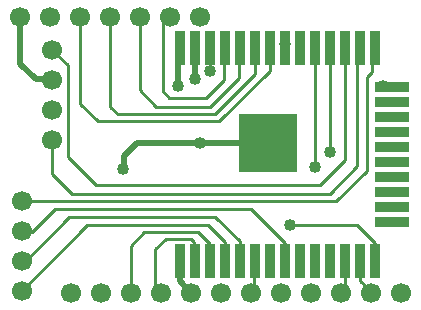
<source format=gbr>
G04 DipTrace 3.3.1.3*
G04 Bottom.gbr*
%MOMM*%
G04 #@! TF.FileFunction,Copper,L2,Bot*
G04 #@! TF.Part,Single*
G04 #@! TA.AperFunction,Conductor*
%ADD10C,0.25*%
%ADD14C,0.5*%
%ADD18R,0.9X3.0*%
%ADD19R,3.0X0.9*%
G04 #@! TA.AperFunction,ComponentPad*
%ADD20C,1.7*%
%ADD21R,5.0X5.0*%
G04 #@! TA.AperFunction,ViaPad*
%ADD28C,1.016*%
%FSLAX35Y35*%
G04*
G71*
G90*
G75*
G01*
G04 Bottom*
%LPD*%
X3255710Y1878660D2*
D10*
X3267803Y1866567D1*
X3337950D1*
X2425950Y2195067D2*
Y2230283D1*
X2424593D1*
X1917950Y2195067D2*
X1912943Y2190060D1*
Y1927157D1*
X1761650Y1775863D1*
X1447527D1*
X1391143Y1832247D1*
Y2459610D1*
X1454960D1*
X2806950Y2195067D2*
Y1319853D1*
X2808073D1*
X2679950Y2195067D2*
Y1193113D1*
X2679537D1*
X3060950Y395067D2*
X3064677Y391340D1*
Y230077D1*
X3154050Y140703D1*
X3115543D1*
X3103423Y128583D1*
X3154723D1*
X2933950Y395067D2*
Y161810D1*
X2900723Y128583D1*
X2171950Y395067D2*
X2167190Y390307D1*
Y195810D1*
X2153630Y182250D1*
Y89107D1*
X2099247D1*
X2138723Y128583D1*
X1663157Y1934653D2*
D14*
Y2100577D1*
X1647637Y2116097D1*
Y2195067D1*
X1663950D1*
X2044950D2*
D10*
X2040480Y2190597D1*
Y1948433D1*
X1795360Y1703313D1*
X1340083D1*
X1200960Y1842437D1*
Y2459610D1*
X2171950Y2195067D2*
Y1975480D1*
X1835663Y1639193D1*
X1011563D1*
X946960Y1703797D1*
Y2459610D1*
X2298950Y2195067D2*
Y2005380D1*
X1872307Y1578737D1*
X841590D1*
X692960Y1727367D1*
Y2459610D1*
X1917950Y395067D2*
X1922313Y399430D1*
Y554430D1*
X1777710Y699033D1*
X755470D1*
X198487Y142050D1*
X197830D1*
X1790950Y2195067D2*
Y2000443D1*
X1792117D1*
X2044950Y395067D2*
Y561390D1*
X1839443Y766897D1*
X603363D1*
X226830Y390363D1*
X197807D1*
Y396050D1*
X2425950Y395067D2*
Y549543D1*
X2140533Y834960D1*
X481993D1*
X289303Y642270D1*
X197807D1*
Y650050D1*
X3060950Y2195067D2*
X3040477Y2174593D1*
Y1198183D1*
X2804890Y962597D1*
X622770D1*
X456363Y1129003D1*
Y1421417D1*
X3187950Y2195067D2*
X3166147Y2173263D1*
Y1998263D1*
X3119020Y1951137D1*
Y1157020D1*
X2861873Y899873D1*
X197763D1*
X197807Y899917D1*
Y904050D1*
X1790950Y395067D2*
Y542060D1*
X1691033Y641977D1*
X1237610D1*
X1122723Y527090D1*
Y128583D1*
X1663950Y395067D2*
X1655023Y403993D1*
Y558933D1*
X1628857Y585100D1*
X1417770D1*
X1329397Y496727D1*
Y175910D1*
X1376723Y128583D1*
X2472097Y700683D2*
X2475970Y696810D1*
X3039957D1*
X3187950Y548817D1*
Y395067D1*
X456363Y2183417D2*
X587470Y2052310D1*
Y1272707D1*
X824683Y1035493D1*
X2722613D1*
X2933950Y1246830D1*
Y2195067D1*
X1536950Y395067D2*
D14*
Y222357D1*
X1630723Y128583D1*
X1056683Y1177103D2*
X1065220D1*
Y1282583D1*
X1177703Y1395067D1*
X1709273D1*
X1764083D1*
X2287950D1*
X2368050Y1475167D1*
Y1544557D1*
X2287950Y1464457D1*
Y1395067D1*
X1709273Y1393257D2*
Y1395067D1*
X456363Y1929417D2*
X378677D1*
X374517Y1933577D1*
X318137D1*
X184960Y2066753D1*
Y2459610D1*
X1536950Y2195067D2*
X1523337Y2181453D1*
Y2031490D1*
X1523163Y2031317D1*
Y1878110D1*
D28*
X1056683Y1177103D3*
X2368050Y1544557D3*
X1709273Y1393257D3*
X2679537Y1193113D3*
X2808073Y1319853D3*
X1663157Y1934653D3*
X2424593Y2230283D3*
X1523163Y1878110D3*
X1792117Y2000443D3*
X3255710Y1878660D3*
X2472097Y700683D3*
D18*
X3187950Y2195067D3*
Y395067D3*
D19*
X3337950Y1866567D3*
Y1739567D3*
Y1612567D3*
Y1485567D3*
Y1358567D3*
Y1231567D3*
Y1104567D3*
Y977567D3*
Y850567D3*
Y723567D3*
D18*
X3060950Y2195067D3*
X2933950D3*
X2806950D3*
X2679950D3*
X2552950D3*
X2425950D3*
X2298950D3*
X2171950D3*
X2044950D3*
X1917950D3*
X1790950D3*
X1663950D3*
X1536950D3*
X3060950Y395067D3*
X2933950D3*
D20*
X614723Y128583D3*
X868723D3*
X1122723D3*
X1376723D3*
X1630723D3*
X1884723D3*
X2138723D3*
X2392723D3*
X2646723D3*
X2900723D3*
X3154723D3*
X3408723D3*
X456363Y1421417D3*
Y1675417D3*
Y1929417D3*
Y2183417D3*
X197830Y142050D3*
X197807Y396050D3*
Y650050D3*
Y904050D3*
D18*
X2806950Y395067D3*
X2679950D3*
X2552950D3*
X2425950D3*
X2298950D3*
X2171950D3*
X2044950D3*
X1917950D3*
X1790950D3*
X1663950D3*
X1536950D3*
D21*
X2287950Y1395067D3*
D20*
X1708960Y2459610D3*
X1454960D3*
X1200960D3*
X946960D3*
X692960D3*
X438960D3*
X184960D3*
M02*

</source>
